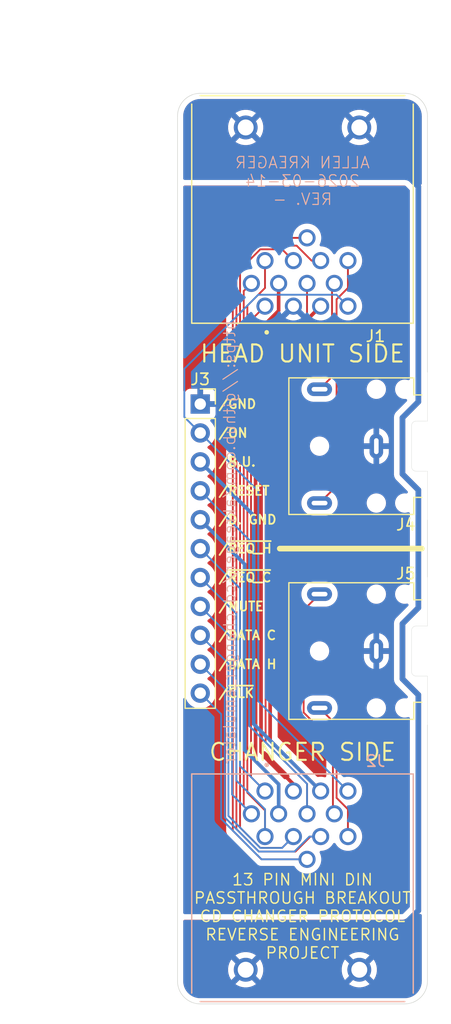
<source format=kicad_pcb>
(kicad_pcb (version 20241229) (generator "pcbnew") (generator_version "9.0")
  (title_block (title "KENWOOD CD AUTOCHANGER BREAKOUT BOARD") (date "2026-03-14") (rev "-"))
  (layers (0 "F.Cu" signal) (2 "B.Cu" signal) (13 "F.Paste" user) (15 "B.Paste" user) (5 "F.SilkS" user "F.Silkscreen") (7 "B.SilkS" user "B.Silkscreen") (1 "F.Mask" user) (3 "B.Mask" user) (25 "Edge.Cuts" user))
  (net 0 "")
  (net 1 "/MUTE")
  (net 2 "/~{REQ_H}")
  (net 3 "/~{CLK}")
  (net 4 "/DATA C")
  (net 5 "/ON")
  (net 6 "/RESET")
  (net 7 "/~{REQ_C}")
  (net 8 "/DATA H")
  (net 9 "/D. GND")
  (net 10 "/B.U.")
  (net 11 "/GND")
  (net 12 "GND1")
  (net 13 "/L_ch_H")
  (net 14 "/R_ch_H")
  (net 15 "/R_ch_C")
  (net 16 "/L_ch_C")
  (footprint "Library:Jack_3.5mm_CUI_SJ1-3523N_Horizontal" (layer "F.Cu") (at 108.5 95 90)
    (property "Reference" "J4" (at -6.9 2.6 180) (layer "F.SilkS"))
    (property "Value" "AudioJack3")
    (fp_line (start 6 -7.7) (end 6 3.3) (stroke (width 0.12)) (layer "F.SilkS"))
    (fp_line (start -6 -7.7) (end 6 -7.7) (stroke (width 0.12)) (layer "F.SilkS"))
    (fp_line (start 6 3.3) (end 4.5 3.3) (stroke (width 0.12)) (layer "F.SilkS"))
    (fp_line (start 4.5 3.3) (end 4.5 4) (stroke (width 0.12)) (layer "F.SilkS"))
    (fp_line (start -4.5 3.3) (end -6 3.3) (stroke (width 0.12)) (layer "F.SilkS"))
    (fp_line (start -6 3.3) (end -6 -7.7) (stroke (width 0.12)) (layer "F.SilkS"))
    (fp_line (start -4.5 4) (end -4.5 3.3) (stroke (width 0.12)) (layer "F.SilkS"))
    (fp_line (start 1.8 3.1) (end -1.8 3.1) (stroke (width 0.0254)) (layer "Edge.Cuts"))
    (fp_line (start 2.2 3.5) (end 2.2 4.5) (stroke (width 0.0254)) (layer "Edge.Cuts"))
    (fp_line (start -2.2 3.5) (end -2.2 4.5) (stroke (width 0.0254)) (layer "Edge.Cuts"))
    (fp_line (start 2.2 4.5) (end 6.5 4.5) (stroke (width 0.0254)) (layer "Edge.Cuts"))
    (fp_line (start -2.2 4.5) (end -6.5 4.5) (stroke (width 0.0254)) (layer "Edge.Cuts"))
    (fp_arc (start 1.8 3.1) (mid 2.082843 3.217157) (end 2.2 3.5) (stroke (width 0.0254)) (layer "Edge.Cuts"))
    (fp_arc (start -2.2 3.5) (mid -2.082843 3.217158) (end -1.8 3.1) (stroke (width 0.0254)) (layer "Edge.Cuts"))
    (pad "" np_thru_hole circle (at -5 0 90) (size 1.2 1.2) (drill 1.2) (layers "*.Cu" "*.Mask"))
    (pad "" np_thru_hole circle (at -5 2.5 90) (size 1.2 1.2) (drill 1.2) (layers "*.Cu" "*.Mask"))
    (pad "" np_thru_hole circle (at 0 -5 90) (size 1.2 1.2) (drill 1.2) (layers "*.Cu" "*.Mask"))
    (pad "" np_thru_hole circle (at 5 0 90) (size 1.2 1.2) (drill 1.2) (layers "*.Cu" "*.Mask"))
    (pad "" np_thru_hole circle (at 5 2.5 90) (size 1.2 1.2) (drill 1.2) (layers "*.Cu" "*.Mask"))
    (pad "R" thru_hole oval (at -5 -5 90) (size 1.2 2.2) (drill oval 0.4 1.4) (layers "*.Cu" "*.Mask") (net 13 "/L_ch_H"))
    (pad "S" thru_hole oval (at 0 0 90) (size 2.2 1.2) (drill oval 1.4 0.4) (layers "*.Cu" "*.Mask") (net 11 "/GND"))
    (pad "T" thru_hole oval (at 5 -5 270) (size 1.2 2.2) (drill oval 0.4 1.4) (layers "*.Cu" "*.Mask") (net 14 "/R_ch_H"))
  )
  (footprint "Library:Jack_3.5mm_CUI_SJ1-3523N_Horizontal" (layer "F.Cu") (at 108.5 113 90)
    (property "Reference" "J5" (at 6.8 2.6 180) (layer "F.SilkS"))
    (property "Value" "AudioJack3")
    (fp_line (start 6 -7.7) (end 6 3.3) (stroke (width 0.12)) (layer "F.SilkS"))
    (fp_line (start -6 -7.7) (end 6 -7.7) (stroke (width 0.12)) (layer "F.SilkS"))
    (fp_line (start 6 3.3) (end 4.5 3.3) (stroke (width 0.12)) (layer "F.SilkS"))
    (fp_line (start 4.5 3.3) (end 4.5 4) (stroke (width 0.12)) (layer "F.SilkS"))
    (fp_line (start -4.5 3.3) (end -6 3.3) (stroke (width 0.12)) (layer "F.SilkS"))
    (fp_line (start -6 3.3) (end -6 -7.7) (stroke (width 0.12)) (layer "F.SilkS"))
    (fp_line (start -4.5 4) (end -4.5 3.3) (stroke (width 0.12)) (layer "F.SilkS"))
    (fp_line (start 1.8 3.1) (end -1.8 3.1) (stroke (width 0.0254)) (layer "Edge.Cuts"))
    (fp_line (start 2.2 3.5) (end 2.2 4.5) (stroke (width 0.0254)) (layer "Edge.Cuts"))
    (fp_line (start -2.2 3.5) (end -2.2 4.5) (stroke (width 0.0254)) (layer "Edge.Cuts"))
    (fp_line (start 2.2 4.5) (end 6.5 4.5) (stroke (width 0.0254)) (layer "Edge.Cuts"))
    (fp_line (start -2.2 4.5) (end -6.5 4.5) (stroke (width 0.0254)) (layer "Edge.Cuts"))
    (fp_arc (start 1.8 3.1) (mid 2.082843 3.217157) (end 2.2 3.5) (stroke (width 0.0254)) (layer "Edge.Cuts"))
    (fp_arc (start -2.2 3.5) (mid -2.082843 3.217158) (end -1.8 3.1) (stroke (width 0.0254)) (layer "Edge.Cuts"))
    (pad "" np_thru_hole circle (at -5 0 90) (size 1.2 1.2) (drill 1.2) (layers "*.Cu" "*.Mask"))
    (pad "" np_thru_hole circle (at -5 2.5 90) (size 1.2 1.2) (drill 1.2) (layers "*.Cu" "*.Mask"))
    (pad "" np_thru_hole circle (at 0 -5 90) (size 1.2 1.2) (drill 1.2) (layers "*.Cu" "*.Mask"))
    (pad "" np_thru_hole circle (at 5 0 90) (size 1.2 1.2) (drill 1.2) (layers "*.Cu" "*.Mask"))
    (pad "" np_thru_hole circle (at 5 2.5 90) (size 1.2 1.2) (drill 1.2) (layers "*.Cu" "*.Mask"))
    (pad "R" thru_hole oval (at -5 -5 90) (size 1.2 2.2) (drill oval 0.4 1.4) (layers "*.Cu" "*.Mask") (net 16 "/L_ch_C"))
    (pad "S" thru_hole oval (at 0 0 90) (size 2.2 1.2) (drill oval 1.4 0.4) (layers "*.Cu" "*.Mask") (net 11 "/GND"))
    (pad "T" thru_hole oval (at 5 -5 270) (size 1.2 2.2) (drill oval 0.4 1.4) (layers "*.Cu" "*.Mask") (net 15 "/R_ch_C"))
  )
  (footprint "Library:CUI_SDD-130J" (layer "F.Cu") (at 102 67 180)
    (property "Reference" "J1" (at -6.425 -18.335 180) (layer "F.SilkS"))
    (property "Value" "SDD-130J")
    (fp_line (start 9.75 -17.2) (end 9.75 2.05) (stroke (width 0.127)) (layer "F.SilkS"))
    (fp_line (start 9 2.8) (end -9 2.8) (stroke (width 0.127)) (layer "F.SilkS"))
    (fp_line (start -9.75 2.05) (end -9.75 -17.2) (stroke (width 0.127)) (layer "F.SilkS"))
    (fp_line (start -9.75 -17.2) (end 9.75 -17.2) (stroke (width 0.127)) (layer "F.SilkS"))
    (fp_circle (center 3.15 -18) (end 3.25 -18) (stroke (width 0.2)) (fill no) (layer "F.SilkS"))
    (pad "1" thru_hole circle (at 3.3 -15.7 180) (size 1.508 1.508) (drill 1) (layers "*.Cu" "*.Mask") (net 2 "/~{REQ_H}"))
    (pad "2" thru_hole circle (at 0.8 -15.7 180) (size 1.508 1.508) (drill 1) (layers "*.Cu" "*.Mask") (net 11 "/GND"))
    (pad "3" thru_hole circle (at -1.6 -15.7 180) (size 1.508 1.508) (drill 1) (layers "*.Cu" "*.Mask") (net 10 "/B.U."))
    (pad "4" thru_hole circle (at -4 -15.7 180) (size 1.508 1.508) (drill 1) (layers "*.Cu" "*.Mask") (net 5 "/ON"))
    (pad "5" thru_hole circle (at 4.5 -13.7 180) (size 1.508 1.508) (drill 1) (layers "*.Cu" "*.Mask") (net 1 "/MUTE"))
    (pad "6" thru_hole circle (at 2.1 -13.7 180) (size 1.508 1.508) (drill 1) (layers "*.Cu" "*.Mask") (net 9 "/D. GND"))
    (pad "7" thru_hole circle (at -0.4 -13.7 180) (size 1.508 1.508) (drill 1) (layers "*.Cu" "*.Mask") (net 6 "/RESET"))
    (pad "8" thru_hole circle (at -2.8 -13.7 180) (size 1.508 1.508) (drill 1) (layers "*.Cu" "*.Mask") (net 14 "/R_ch_H"))
    (pad "9" thru_hole circle (at 3.3 -11.7 180) (size 1.508 1.508) (drill 1) (layers "*.Cu" "*.Mask") (net 7 "/~{REQ_C}"))
    (pad "10" thru_hole circle (at 0.8 -11.7 180) (size 1.508 1.508) (drill 1) (layers "*.Cu" "*.Mask") (net 4 "/DATA C"))
    (pad "11" thru_hole circle (at -1.6 -11.7 180) (size 1.508 1.508) (drill 1) (layers "*.Cu" "*.Mask") (net 8 "/DATA H"))
    (pad "12" thru_hole circle (at -4 -11.7 180) (size 1.508 1.508) (drill 1) (layers "*.Cu" "*.Mask") (net 13 "/L_ch_H"))
    (pad "13" thru_hole circle (at -0.4 -9.7 180) (size 1.508 1.508) (drill 1) (layers "*.Cu" "*.Mask") (net 3 "/~{CLK}"))
    (pad "E1" thru_hole circle (at -5 0 180) (size 2.1 2.1) (drill 1.4) (layers "*.Cu" "*.Mask") (net 12 "GND1"))
    (pad "E2" thru_hole circle (at 5 0 180) (size 2.1 2.1) (drill 1.4) (layers "*.Cu" "*.Mask") (net 12 "GND1"))
  )
  (footprint "Library:PinSocket_1x11_P2.54mm_Vertical" (layer "F.Cu") (at 93 104)
    (property "Reference" "J3" (at 0 -14.87 0) (layer "F.SilkS"))
    (property "Value" "Test Points")
    (fp_line (start -1.33 -11.43) (end -1.33 14.03) (stroke (width 0.12)) (layer "F.SilkS"))
    (fp_line (start -1.33 -11.43) (end 1.33 -11.43) (stroke (width 0.12)) (layer "F.SilkS"))
    (fp_line (start -1.33 14.03) (end 1.33 14.03) (stroke (width 0.12)) (layer "F.SilkS"))
    (fp_line (start 0 -14.03) (end 1.33 -14.03) (stroke (width 0.12)) (layer "F.SilkS"))
    (fp_line (start 1.33 -14.03) (end 1.33 -12.7) (stroke (width 0.12)) (layer "F.SilkS"))
    (fp_line (start 1.33 -11.43) (end 1.33 14.03) (stroke (width 0.12)) (layer "F.SilkS"))
    (fp_text user "${NET_NAME(8)}" (at 1.524 5.08 0) (layer "F.SilkS") (effects (font (size 0.8 0.8) (thickness 0.16) (bold yes)) (justify left)))
    (fp_text user "${NET_NAME(1)}" (at 1.524 -12.7 0) (layer "F.SilkS") (effects (font (size 0.8 0.8) (thickness 0.16) (bold yes)) (justify left)))
    (fp_text user "${NET_NAME(3)}" (at 1.524 -7.62 0) (layer "F.SilkS") (effects (font (size 0.8 0.8) (thickness 0.16) (bold yes)) (justify left)))
    (fp_text user "${NET_NAME(4)}" (at 1.524 -5.08 0) (layer "F.SilkS") (effects (font (size 0.8 0.8) (thickness 0.16) (bold yes)) (justify left)))
    (fp_text user "${NET_NAME(5)}" (at 1.524 -2.54 0) (layer "F.SilkS") (effects (font (size 0.8 0.8) (thickness 0.16) (bold yes)) (justify left)))
    (fp_text user "${NET_NAME(2)}" (at 1.524 -10.16 0) (layer "F.SilkS") (effects (font (size 0.8 0.8) (thickness 0.16) (bold yes)) (justify left)))
    (fp_text user "${NET_NAME(11)}" (at 1.524 12.7 0) (layer "F.SilkS") (effects (font (size 0.8 0.8) (thickness 0.16) (bold yes)) (justify left)))
    (fp_text user "${NET_NAME(7)}" (at 1.524 2.54 0) (layer "F.SilkS") (effects (font (size 0.8 0.8) (thickness 0.16) (bold yes)) (justify left)))
    (fp_text user "${NET_NAME(9)}" (at 1.524 7.62 0) (layer "F.SilkS") (effects (font (size 0.8 0.8) (thickness 0.16) (bold yes)) (justify left)))
    (fp_text user "${NET_NAME(10)}" (at 1.524 10.16 0) (layer "F.SilkS") (effects (font (size 0.8 0.8) (thickness 0.16) (bold yes)) (justify left)))
    (fp_text user "${NET_NAME(6)}" (at 1.524 0 0) (layer "F.SilkS") (effects (font (size 0.8 0.8) (thickness 0.16) (bold yes)) (justify left)))
    (pad "1" thru_hole rect (at 0 -12.7) (size 1.7 1.7) (drill 1) (layers "*.Cu" "*.Mask") (net 11 "/GND"))
    (pad "2" thru_hole circle (at 0 -10.16) (size 1.7 1.7) (drill 1) (layers "*.Cu" "*.Mask") (net 5 "/ON"))
    (pad "3" thru_hole circle (at 0 -7.62) (size 1.7 1.7) (drill 1) (layers "*.Cu" "*.Mask") (net 10 "/B.U."))
    (pad "4" thru_hole circle (at 0 -5.08) (size 1.7 1.7) (drill 1) (layers "*.Cu" "*.Mask") (net 6 "/RESET"))
    (pad "5" thru_hole circle (at 0 -2.54) (size 1.7 1.7) (drill 1) (layers "*.Cu" "*.Mask") (net 9 "/D. GND"))
    (pad "6" thru_hole circle (at 0 0) (size 1.7 1.7) (drill 1) (layers "*.Cu" "*.Mask") (net 2 "/~{REQ_H}"))
    (pad "7" thru_hole circle (at 0 2.54) (size 1.7 1.7) (drill 1) (layers "*.Cu" "*.Mask") (net 7 "/~{REQ_C}"))
    (pad "8" thru_hole circle (at 0 5.08) (size 1.7 1.7) (drill 1) (layers "*.Cu" "*.Mask") (net 1 "/MUTE"))
    (pad "9" thru_hole circle (at 0 7.62) (size 1.7 1.7) (drill 1) (layers "*.Cu" "*.Mask") (net 4 "/DATA C"))
    (pad "10" thru_hole circle (at 0 10.16) (size 1.7 1.7) (drill 1) (layers "*.Cu" "*.Mask") (net 8 "/DATA H"))
    (pad "11" thru_hole circle (at 0 12.7) (size 1.7 1.7) (drill 1) (layers "*.Cu" "*.Mask") (net 3 "/~{CLK}"))
  )
  (footprint "Library:CUI_SDD-130J" (layer "B.Cu") (at 102 141 180)
    (property "Reference" "J2" (at -6.425 18.335 0) (layer "B.SilkS") (effects (justify mirror)))
    (property "Value" "SDD-130J")
    (fp_line (start 9.75 17.2) (end 9.75 -2.05) (stroke (width 0.127)) (layer "B.SilkS"))
    (fp_line (start 9 -2.8) (end -9 -2.8) (stroke (width 0.127)) (layer "B.SilkS"))
    (fp_line (start -9.75 17.2) (end 9.75 17.2) (stroke (width 0.127)) (layer "B.SilkS"))
    (fp_line (start -9.75 -2.05) (end -9.75 17.2) (stroke (width 0.127)) (layer "B.SilkS"))
    (fp_circle (center 3.15 18) (end 3.25 18) (stroke (width 0.2)) (fill no) (layer "B.SilkS"))
    (pad "1" thru_hole circle (at 3.3 15.7 180) (size 1.508 1.508) (drill 1) (layers "*.Cu" "*.Mask") (net 2 "/~{REQ_H}"))
    (pad "2" thru_hole circle (at 0.8 15.7 180) (size 1.508 1.508) (drill 1) (layers "*.Cu" "*.Mask") (net 11 "/GND"))
    (pad "3" thru_hole circle (at -1.6 15.7 180) (size 1.508 1.508) (drill 1) (layers "*.Cu" "*.Mask") (net 10 "/B.U."))
    (pad "4" thru_hole circle (at -4 15.7 180) (size 1.508 1.508) (drill 1) (layers "*.Cu" "*.Mask") (net 5 "/ON"))
    (pad "5" thru_hole circle (at 4.5 13.7 180) (size 1.508 1.508) (drill 1) (layers "*.Cu" "*.Mask") (net 1 "/MUTE"))
    (pad "6" thru_hole circle (at 2.1 13.7 180) (size 1.508 1.508) (drill 1) (layers "*.Cu" "*.Mask") (net 9 "/D. GND"))
    (pad "7" thru_hole circle (at -0.4 13.7 180) (size 1.508 1.508) (drill 1) (layers "*.Cu" "*.Mask") (net 6 "/RESET"))
    (pad "8" thru_hole circle (at -2.8 13.7 180) (size 1.508 1.508) (drill 1) (layers "*.Cu" "*.Mask") (net 15 "/R_ch_C"))
    (pad "9" thru_hole circle (at 3.3 11.7 180) (size 1.508 1.508) (drill 1) (layers "*.Cu" "*.Mask") (net 7 "/~{REQ_C}"))
    (pad "10" thru_hole circle (at 0.8 11.7 180) (size 1.508 1.508) (drill 1) (layers "*.Cu" "*.Mask") (net 4 "/DATA C"))
    (pad "11" thru_hole circle (at -1.6 11.7 180) (size 1.508 1.508) (drill 1) (layers "*.Cu" "*.Mask") (net 8 "/DATA H"))
    (pad "12" thru_hole circle (at -4 11.7 180) (size 1.508 1.508) (drill 1) (layers "*.Cu" "*.Mask") (net 16 "/L_ch_C"))
    (pad "13" thru_hole circle (at -0.4 9.7 180) (size 1.508 1.508) (drill 1) (layers "*.Cu" "*.Mask") (net 3 "/~{CLK}"))
    (pad "E1" thru_hole circle (at -5 0 180) (size 2.1 2.1) (drill 1.4) (layers "*.Cu" "*.Mask") (net 12 "GND1"))
    (pad "E2" thru_hole circle (at 5 0 180) (size 2.1 2.1) (drill 1.4) (layers "*.Cu" "*.Mask") (net 12 "GND1"))
  )
  (gr_line (start 100 104) (end 112.5 104) (stroke (width 0.5)) (layer "F.SilkS"))
  (gr_line (start 113 101.5) (end 113 106.499999) (stroke (width 0.05)) (layer "Edge.Cuts"))
  (gr_line (start 113 88.5) (end 113 66) (stroke (width 0.05)) (layer "Edge.Cuts"))
  (gr_arc (start 91 66) (mid 91.585786 64.585786) (end 93 64) (stroke (width 0.05)) (layer "Edge.Cuts"))
  (gr_line (start 91 142) (end 91 66) (stroke (width 0.05)) (layer "Edge.Cuts"))
  (gr_arc (start 111 64) (mid 112.414214 64.585786) (end 113 66) (stroke (width 0.05)) (layer "Edge.Cuts"))
  (gr_arc (start 113 142) (mid 112.414214 143.414214) (end 111 144) (stroke (width 0.05)) (layer "Edge.Cuts"))
  (gr_line (start 111 144) (end 93 144) (stroke (width 0.05)) (layer "Edge.Cuts"))
  (gr_arc (start 93 144) (mid 91.585786 143.414214) (end 91 142) (stroke (width 0.05)) (layer "Edge.Cuts"))
  (gr_line (start 113 119.500001) (end 113 142) (stroke (width 0.05)) (layer "Edge.Cuts"))
  (gr_line (start 93 64) (end 111 64) (stroke (width 0.05)) (layer "Edge.Cuts"))
  (gr_text "CHANGER SIDE" (at 102 121 0) (layer "F.SilkS") (effects (font (size 1.5 1.5) (thickness 0.1875)) (justify top)))
  (gr_text "HEAD UNIT SIDE" (at 102 86 0) (layer "F.SilkS") (effects (font (size 1.5 1.5) (thickness 0.1875)) (justify top)))
  (gr_text "13 PIN MINI DIN\nPASSTHROUGH BREAKOUT\nCD CHANGER PROTOCOL\nREVERSE ENGINEERING\nPROJECT" (at 102 132.5 0) (layer "F.SilkS") (effects (font (size 1 1) (thickness 0.125)) (justify top)))
  (gr_text "ALLEN KREAGER\n${ISSUE_DATE}\nREV. ${REVISION}" (at 102 69.5 0) (layer "B.SilkS") (effects (font (size 1 1) (thickness 0.1)) (justify top mirror)))
  (gr_text "https://github.com/akreager/cd_changer_emulator" (at 95 123 90) (layer "B.SilkS") (effects (font (size 1 1) (thickness 0.1)) (justify right top mirror)))
  (segment (start 96.826 81.374) (end 97.5 80.7) (width 0.16) (layer "F.Cu") (net 1))
  (segment (start 97.5 127.3) (end 96.826 126.626) (width 0.16) (layer "F.Cu") (net 1))
  (segment (start 96.826 126.626) (end 96.826 81.374) (width 0.16) (layer "F.Cu") (net 1))
  (segment (start 95.8 125.6) (end 97.5 127.3) (width 0.16) (layer "B.Cu") (net 1))
  (segment (start 93 109.079999) (end 95.8 111.879999) (width 0.16) (layer "B.Cu") (net 1))
  (segment (start 95.8 111.879999) (end 95.8 125.6) (width 0.16) (layer "B.Cu") (net 1))
  (segment (start 97.468 124.068) (end 98.7 125.3) (width 0.16) (layer "F.Cu") (net 2))
  (segment (start 97.468 83.932) (end 97.468 124.068) (width 0.16) (layer "F.Cu") (net 2))
  (segment (start 98.7 82.7) (end 97.468 83.932) (width 0.16) (layer "F.Cu") (net 2))
  (segment (start 96.5 123.1) (end 96.5 107.5) (width 0.16) (layer "B.Cu") (net 2))
  (segment (start 98.7 125.3) (end 96.5 123.1) (width 0.16) (layer "B.Cu") (net 2))
  (segment (start 96.5 107.5) (end 93 104) (width 0.16) (layer "B.Cu") (net 2))
  (segment (start 95.863 128.778068) (end 98.384932 131.3) (width 0.16) (layer "F.Cu") (net 3))
  (segment (start 95.863 79.221933) (end 95.863 128.778068) (width 0.16) (layer "F.Cu") (net 3))
  (segment (start 98.384933 76.7) (end 95.863 79.221933) (width 0.16) (layer "F.Cu") (net 3))
  (segment (start 102.4 76.7) (end 98.384933 76.7) (width 0.16) (layer "F.Cu") (net 3))
  (segment (start 98.384932 131.3) (end 102.4 131.3) (width 0.16) (layer "F.Cu") (net 3))
  (segment (start 97.063 129.978068) (end 98.021932 130.937) (width 0.16) (layer "B.Cu") (net 3))
  (segment (start 97.063 129.970924) (end 97.063 129.978068) (width 0.16) (layer "B.Cu") (net 3))
  (segment (start 98.4 131.3) (end 102.4 131.3) (width 0.16) (layer "B.Cu") (net 3))
  (segment (start 98.037 130.937) (end 98.4 131.3) (width 0.16) (layer "B.Cu") (net 3))
  (segment (start 94.837 118.537) (end 94.837 127.744924) (width 0.16) (layer "B.Cu") (net 3))
  (segment (start 98.021932 130.937) (end 98.037 130.937) (width 0.16) (layer "B.Cu") (net 3))
  (segment (start 94.837 127.744924) (end 97.063 129.970924) (width 0.16) (layer "B.Cu") (net 3))
  (segment (start 93 116.7) (end 94.837 118.537) (width 0.16) (layer "B.Cu") (net 3))
  (segment (start 100.205 77.705) (end 98.287857 77.705) (width 0.16) (layer "F.Cu") (net 4))
  (segment (start 98.287857 130.295) (end 100.205 130.295) (width 0.16) (layer "F.Cu") (net 4))
  (segment (start 98.287857 77.705) (end 96.505 79.487857) (width 0.16) (layer "F.Cu") (net 4))
  (segment (start 101.2 78.7) (end 100.205 77.705) (width 0.16) (layer "F.Cu") (net 4))
  (segment (start 100.205 130.295) (end 101.2 129.3) (width 0.16) (layer "F.Cu") (net 4))
  (segment (start 96.505 128.512143) (end 98.287857 130.295) (width 0.16) (layer "F.Cu") (net 4))
  (segment (start 96.505 79.487857) (end 96.505 128.512143) (width 0.16) (layer "F.Cu") (net 4))
  (segment (start 100.205 130.295) (end 98.287857 130.295) (width 0.16) (layer "B.Cu") (net 4))
  (segment (start 97.705 129.705) (end 95.479 127.479) (width 0.16) (layer "B.Cu") (net 4))
  (segment (start 98.287857 130.295) (end 97.705 129.712143) (width 0.16) (layer "B.Cu") (net 4))
  (segment (start 97.705 129.712143) (end 97.705 129.705) (width 0.16) (layer "B.Cu") (net 4))
  (segment (start 95.479 127.479) (end 95.479 114.099) (width 0.16) (layer "B.Cu") (net 4))
  (segment (start 101.2 129.3) (end 100.205 130.295) (width 0.16) (layer "B.Cu") (net 4))
  (segment (start 95.479 114.099) (end 93 111.62) (width 0.16) (layer "B.Cu") (net 4))
  (segment (start 98.104 98.944) (end 98.104 117.404) (width 0.16) (layer "B.Cu") (net 5))
  (segment (start 91.6 92.44) (end 93 93.84) (width 0.16) (layer "B.Cu") (net 5))
  (segment (start 93 93.84) (end 98.104 98.944) (width 0.16) (layer "B.Cu") (net 5))
  (segment (start 106 82.7) (end 104.995 81.695) (width 0.16) (layer "B.Cu") (net 5))
  (segment (start 98.104 117.404) (end 106 125.3) (width 0.16) (layer "B.Cu") (net 5))
  (segment (start 104.995 81.695) (end 98.105 81.695) (width 0.16) (layer "B.Cu") (net 5))
  (segment (start 91.6 88.2) (end 91.6 92.44) (width 0.16) (layer "B.Cu") (net 5))
  (segment (start 98.105 81.695) (end 91.6 88.2) (width 0.16) (layer "B.Cu") (net 5))
  (segment (start 98.751 121.0181) (end 98.751 86.9819) (width 0.16) (layer "F.Cu") (net 6))
  (segment (start 102.4 124.6671) (end 98.751 121.0181) (width 0.16) (layer "F.Cu") (net 6))
  (segment (start 98.751 86.9819) (end 102.4 83.3329) (width 0.16) (layer "F.Cu") (net 6))
  (segment (start 102.4 127.3) (end 102.4 124.6671) (width 0.16) (layer "F.Cu") (net 6))
  (segment (start 102.4 83.3329) (end 102.4 80.7) (width 0.16) (layer "F.Cu") (net 6))
  (segment (start 102.4 127.3) (end 102.4 124.6671) (width 0.16) (layer "B.Cu") (net 6))
  (segment (start 97.302 119.5691) (end 97.302 103.222001) (width 0.16) (layer "B.Cu") (net 6))
  (segment (start 97.302 103.222001) (end 93 98.920001) (width 0.16) (layer "B.Cu") (net 6))
  (segment (start 102.4 124.6671) (end 97.302 119.5691) (width 0.16) (layer "B.Cu") (net 6))
  (segment (start 97.147 82.656572) (end 98.7 81.103572) (width 0.16) (layer "F.Cu") (net 7))
  (segment (start 98.7 127) (end 97.147 125.447) (width 0.16) (layer "F.Cu") (net 7))
  (segment (start 98.7 81.103572) (end 98.7 78.7) (width 0.16) (layer "F.Cu") (net 7))
  (segment (start 98.7 129.3) (end 98.7 127) (width 0.16) (layer "F.Cu") (net 7))
  (segment (start 97.147 125.447) (end 97.147 82.656572) (width 0.16) (layer "F.Cu") (net 7))
  (segment (start 96.179 109.719) (end 93 106.54) (width 0.16) (layer "B.Cu") (net 7))
  (segment (start 96.179 124.375428) (end 96.179 109.719) (width 0.16) (layer "B.Cu") (net 7))
  (segment (start 98.7 126.896428) (end 96.179 124.375428) (width 0.16) (layer "B.Cu") (net 7))
  (segment (start 98.7 129.3) (end 98.7 126.896428) (width 0.16) (layer "B.Cu") (net 7))
  (segment (start 96.184 79.354895) (end 98.154895 77.384) (width 0.16) (layer "F.Cu") (net 8))
  (segment (start 101.384 130.616) (end 98.154895 130.616) (width 0.16) (layer "F.Cu") (net 8))
  (segment (start 102.8 78.7) (end 103.6 78.7) (width 0.16) (layer "F.Cu") (net 8))
  (segment (start 98.154895 130.616) (end 96.184 128.645105) (width 0.16) (layer "F.Cu") (net 8))
  (segment (start 103.6 129.3) (end 102.7 129.3) (width 0.16) (layer "F.Cu") (net 8))
  (segment (start 98.154895 77.384) (end 101.484 77.384) (width 0.16) (layer "F.Cu") (net 8))
  (segment (start 102.7 129.3) (end 101.384 130.616) (width 0.16) (layer "F.Cu") (net 8))
  (segment (start 96.184 128.645105) (end 96.184 79.354895) (width 0.16) (layer "F.Cu") (net 8))
  (segment (start 101.484 77.384) (end 102.8 78.7) (width 0.16) (layer "F.Cu") (net 8))
  (segment (start 102.607143 129.3) (end 101.291143 130.616) (width 0.16) (layer "B.Cu") (net 8))
  (segment (start 97.384 129.837962) (end 95.158 127.611962) (width 0.16) (layer "B.Cu") (net 8))
  (segment (start 98.154894 130.616) (end 97.384 129.845105) (width 0.16) (layer "B.Cu") (net 8))
  (segment (start 97.384 129.845105) (end 97.384 129.837962) (width 0.16) (layer "B.Cu") (net 8))
  (segment (start 95.158 127.611962) (end 95.158 116.318) (width 0.16) (layer "B.Cu") (net 8))
  (segment (start 101.291143 130.616) (end 98.154894 130.616) (width 0.16) (layer "B.Cu") (net 8))
  (segment (start 103.6 129.3) (end 102.607143 129.3) (width 0.16) (layer "B.Cu") (net 8))
  (segment (start 95.158 116.318) (end 93 114.16) (width 0.16) (layer "B.Cu") (net 8))
  (segment (start 99.9 80.7) (end 99.8 80.8) (width 0.3) (layer "F.Cu") (net 9))
  (segment (start 97.869 122.669) (end 99.9 124.7) (width 0.32) (layer "F.Cu") (net 9))
  (segment (start 99.9 83.1) (end 97.869 85.131) (width 0.32) (layer "F.Cu") (net 9))
  (segment (start 99.9 80.7) (end 99.9 83.1) (width 0.32) (layer "F.Cu") (net 9))
  (segment (start 99.9 124.7) (end 99.9 127.3) (width 0.32) (layer "F.Cu") (net 9))
  (segment (start 97.869 85.131) (end 97.869 122.669) (width 0.32) (layer "F.Cu") (net 9))
  (segment (start 96.901 121.701) (end 96.901 105.361) (width 0.32) (layer "B.Cu") (net 9))
  (segment (start 99.9 127.3) (end 99.9 124.7) (width 0.32) (layer "B.Cu") (net 9))
  (segment (start 99.9 124.7) (end 96.901 121.701) (width 0.32) (layer "B.Cu") (net 9))
  (segment (start 96.901 105.361) (end 93 101.46) (width 0.32) (layer "B.Cu") (net 9))
  (segment (start 99.152 120.852) (end 99.152 87.148) (width 0.32) (layer "F.Cu") (net 10))
  (segment (start 99.152 87.148) (end 103.6 82.7) (width 0.32) (layer "F.Cu") (net 10))
  (segment (start 103.6 125.3) (end 99.152 120.852) (width 0.32) (layer "F.Cu") (net 10))
  (segment (start 97.703 101.083) (end 97.703 119.403) (width 0.32) (layer "B.Cu") (net 10))
  (segment (start 93 96.38) (end 97.703 101.083) (width 0.32) (layer "B.Cu") (net 10))
  (segment (start 97.703 119.403) (end 103.6 125.3) (width 0.32) (layer "B.Cu") (net 10))
  (segment (start 101.2 124.7) (end 101.2 125.3) (width 0.32) (layer "F.Cu") (net 11))
  (segment (start 98.35 121.85) (end 101.2 124.7) (width 0.32) (layer "F.Cu") (net 11))
  (segment (start 98.35 85.55) (end 98.35 121.85) (width 0.32) (layer "F.Cu") (net 11))
  (segment (start 101.2 82.7) (end 98.35 85.55) (width 0.32) (layer "F.Cu") (net 11))
  (segment (start 112.2 98.85) (end 112.2 109.2) (width 0.5) (layer "F.Cu") (net 12))
  (segment (start 112.2 116.85) (end 112.2 135.8) (width 0.5) (layer "F.Cu") (net 12))
  (segment (start 110.8 92.5) (end 110.8 97.45) (width 0.5) (layer "F.Cu") (net 12))
  (segment (start 110.8 115.45) (end 112.2 116.85) (width 0.5) (layer "F.Cu") (net 12))
  (segment (start 110.8 110.6) (end 110.8 115.45) (width 0.5) (layer "F.Cu") (net 12))
  (segment (start 112.2 91.1) (end 110.8 92.5) (width 0.5) (layer "F.Cu") (net 12))
  (segment (start 112.2 135.8) (end 107 141) (width 0.5) (layer "F.Cu") (net 12))
  (segment (start 107 67) (end 112.2 72.2) (width 0.5) (layer "F.Cu") (net 12))
  (segment (start 110.8 97.45) (end 112.2 98.85) (width 0.5) (layer "F.Cu") (net 12))
  (segment (start 112.2 72.2) (end 112.2 91.1) (width 0.5) (layer "F.Cu") (net 12))
  (segment (start 112.2 109.2) (end 110.8 110.6) (width 0.5) (layer "F.Cu") (net 12))
  (segment (start 112.2 116.85) (end 112.2 135.8) (width 0.5) (layer "B.Cu") (net 12))
  (segment (start 110.8 110.6) (end 110.8 115.45) (width 0.5) (layer "B.Cu") (net 12))
  (segment (start 107 67) (end 112.2 72.2) (width 0.5) (layer "B.Cu") (net 12))
  (segment (start 112.2 98.85) (end 112.2 109.2) (width 0.5) (layer "B.Cu") (net 12))
  (segment (start 112.2 135.8) (end 107 141) (width 0.5) (layer "B.Cu") (net 12))
  (segment (start 112.2 91.1) (end 110.8 92.5) (width 0.5) (layer "B.Cu") (net 12))
  (segment (start 110.8 97.45) (end 112.2 98.85) (width 0.5) (layer "B.Cu") (net 12))
  (segment (start 112.2 72.2) (end 112.2 91.1) (width 0.5) (layer "B.Cu") (net 12))
  (segment (start 110.8 115.45) (end 112.2 116.85) (width 0.5) (layer "B.Cu") (net 12))
  (segment (start 110.8 92.5) (end 110.8 97.45) (width 0.5) (layer "B.Cu") (net 12))
  (segment (start 112.2 109.2) (end 110.8 110.6) (width 0.5) (layer "B.Cu") (net 12))
  (segment (start 105 82.1) (end 106 81.1) (width 0.16) (layer "F.Cu") (net 13))
  (segment (start 103.5 100) (end 105 98.5) (width 0.16) (layer "F.Cu") (net 13))
  (segment (start 105 98.5) (end 105 82.1) (width 0.16) (layer "F.Cu") (net 13))
  (segment (start 106 81.1) (end 106 78.7) (width 0.16) (layer "F.Cu") (net 13))
  (segment (start 104.6 80.9) (end 104.8 80.7) (width 0.16) (layer "F.Cu") (net 14))
  (segment (start 104.6 88.9) (end 104.6 80.9) (width 0.16) (layer "F.Cu") (net 14))
  (segment (start 103.5 90) (end 104.6 88.9) (width 0.16) (layer "F.Cu") (net 14))
  (segment (start 104.679 127.179) (end 104.679 120.979) (width 0.16) (layer "F.Cu") (net 15))
  (segment (start 102.1 118.4) (end 102.1 109.4) (width 0.16) (layer "F.Cu") (net 15))
  (segment (start 102.1 109.4) (end 103.5 108) (width 0.16) (layer "F.Cu") (net 15))
  (segment (start 104.679 120.979) (end 102.1 118.4) (width 0.16) (layer "F.Cu") (net 15))
  (segment (start 104.8 127.3) (end 104.679 127.179) (width 0.16) (layer "F.Cu") (net 15))
  (segment (start 106 126.9) (end 105 125.9) (width 0.16) (layer "F.Cu") (net 16))
  (segment (start 106 129.3) (end 106 126.9) (width 0.16) (layer "F.Cu") (net 16))
  (segment (start 105 119.5) (end 103.5 118) (width 0.16) (layer "F.Cu") (net 16))
  (segment (start 105 125.9) (end 105 119.5) (width 0.16) (layer "F.Cu") (net 16))
  (zone (net 11) (net_name "/GND") (layer "F.Cu") (priority 1) (connect_pads (clearance 0.5)) (min_thickness 0.25) (fill yes (thermal_gap 0.5) (thermal_bridge_width 0.5) (smoothing fillet) (radius 0.5))
    (polygon (pts (xy 90.5 72.1) (xy 113.5 72.1) (xy 113.5 136.1) (xy 90.5 136.1)))
  )
  (zone (net 12) (net_name "GND1") (layers "F.Cu" "B.Cu") (connect_pads (clearance 0.5)) (min_thickness 0.25) (fill yes (thermal_gap 0.5) (thermal_bridge_width 0.5))
    (polygon (pts (xy 90.5 136.1) (xy 113.5 136.1) (xy 113.5 143.95) (xy 90.5 143.95)))
  )
  (zone (net 12) (net_name "GND1") (layers "F.Cu" "B.Cu") (connect_pads (clearance 0.5)) (min_thickness 0.25) (fill yes (thermal_gap 0.5) (thermal_bridge_width 0.5))
    (polygon (pts (xy 90.5 64.05) (xy 113.5 64.05) (xy 113.5 72.05) (xy 90.5 72.05)))
  )
  (zone (net 11) (net_name "/GND") (layer "B.Cu") (priority 1) (connect_pads (clearance 0.5)) (min_thickness 0.25) (fill yes (thermal_gap 0.5) (thermal_bridge_width 0.5) (smoothing fillet) (radius 0.5))
    (polygon (pts (xy 90.5 72.118174) (xy 113.5 72.118174) (xy 113.5 136.118174) (xy 90.5 136.118174)))
  )
)
</source>
